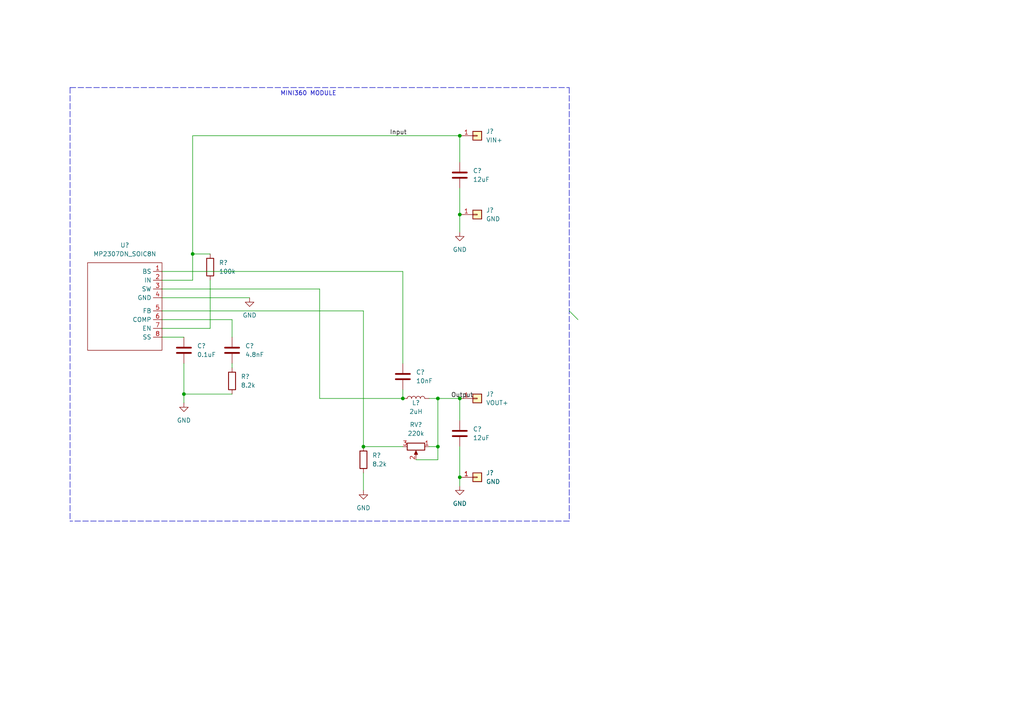
<source format=kicad_sch>
(kicad_sch (version 20211123) (generator eeschema)
  (paper "A4")
  (lib_symbols
    (symbol "Connector_Generic:Conn_01x01" (pin_names (offset 1.016) hide)
      (property "Reference" "J" (at 0 2.54 0))
      (property "Value" "Conn_01x01" (at 0 -2.54 0))
      (symbol "Conn_01x01_1_1"
        (rectangle (start -1.27 0.127) (end 0 -0.127) (stroke (width 0.1524)))
        (rectangle (start -1.27 1.27) (end 1.27 -1.27) (stroke (width 0.254)) (fill (type background)))
        (pin passive line (at -5.08 0 0) (length 3.81) (name "Pin_1") (number "1"))
      )
    )
    (symbol "Device:C" (pin_numbers hide) (pin_names (offset 0.254))
      (property "Reference" "C" (at 0.635 2.54 0))
      (property "Value" "C" (at 0.635 -2.54 0))
      (symbol "C_0_1"
        (polyline (pts (xy -2.032 -0.762) (xy 2.032 -0.762)) (stroke (width 0.508)))
        (polyline (pts (xy -2.032 0.762) (xy 2.032 0.762)) (stroke (width 0.508)))
      )
      (symbol "C_1_1"
        (pin passive line (at 0 3.81 270) (length 2.794) (name "~") (number "1"))
        (pin passive line (at 0 -3.81 90) (length 2.794) (name "~") (number "2"))
      )
    )
    (symbol "Device:L" (pin_numbers hide) (pin_names (offset 1.016) hide)
      (property "Reference" "L" (at -1.27 0 90))
      (property "Value" "L" (at 1.905 0 90))
      (symbol "L_0_1"
        (arc (start 0 -2.54) (mid 0.635 -1.905) (end 0 -1.27))
        (arc (start 0 -1.27) (mid 0.635 -0.635) (end 0 0))
        (arc (start 0 0) (mid 0.635 0.635) (end 0 1.27))
        (arc (start 0 1.27) (mid 0.635 1.905) (end 0 2.54))
      )
      (symbol "L_1_1"
        (pin passive line (at 0 3.81 270) (length 1.27) (name "1") (number "1"))
        (pin passive line (at 0 -3.81 90) (length 1.27) (name "2") (number "2"))
      )
    )
    (symbol "Device:R" (pin_numbers hide) (pin_names (offset 0))
      (property "Reference" "R" (at 2.032 0 90))
      (property "Value" "R" (at 0 0 90))
      (symbol "R_0_1"
        (rectangle (start -1.016 -2.54) (end 1.016 2.54) (stroke (width 0.254)))
      )
      (symbol "R_1_1"
        (pin passive line (at 0 3.81 270) (length 1.27) (name "~") (number "1"))
        (pin passive line (at 0 -3.81 90) (length 1.27) (name "~") (number "2"))
      )
    )
    (symbol "Device:R_Potentiometer" (pin_names (offset 1.016) hide)
      (property "Reference" "RV" (at -4.445 0 90))
      (property "Value" "R_Potentiometer" (at -2.54 0 90))
      (symbol "R_Potentiometer_0_1"
        (polyline (pts (xy 2.54 0) (xy 1.524 0)))
        (polyline (pts (xy 1.143 0) (xy 2.286 0.508) (xy 2.286 -0.508) (xy 1.143 0)) (fill (type outline)))
        (rectangle (start 1.016 2.54) (end -1.016 -2.54) (stroke (width 0.254)))
      )
      (symbol "R_Potentiometer_1_1"
        (pin passive line (at 0 3.81 270) (length 1.27) (name "1") (number "1"))
        (pin passive line (at 3.81 0 180) (length 1.27) (name "2") (number "2"))
        (pin passive line (at 0 -3.81 90) (length 1.27) (name "3") (number "3"))
      )
    )
    (symbol "pda_system_lib:MP2307DN_SOIC8N"
      (property "Reference" "U" (at -2.54 -6.35 0))
      (property "Value" "MP2307DN_SOIC8N" (at 0 -2.54 0))
      (symbol "MP2307DN_SOIC8N_0_1"
        (rectangle (start -10.16 8.89) (end 11.43 -16.51))
      )
      (symbol "MP2307DN_SOIC8N_1_1"
        (pin input line (at 11.43 6.35 180) (length 2.54) (name "BS") (number "1"))
        (pin power_in line (at 11.43 3.81 180) (length 2.54) (name "IN") (number "2"))
        (pin power_out line (at 11.43 1.27 180) (length 2.54) (name "SW") (number "3"))
        (pin power_out line (at 11.43 -1.27 180) (length 2.54) (name "GND") (number "4"))
        (pin input line (at 11.43 -5.08 180) (length 2.54) (name "FB") (number "5"))
        (pin bidirectional line (at 11.43 -7.62 180) (length 2.54) (name "COMP") (number "6"))
        (pin input line (at 11.43 -10.16 180) (length 2.54) (name "EN") (number "7"))
        (pin input line (at 11.43 -12.7 180) (length 2.54) (name "SS") (number "8"))
      )
    )
    (symbol "power:GND" (power) (pin_names (offset 0))
      (property "Value" "GND" (at 0 -3.81 0))
      (symbol "GND_0_1"
        (polyline (pts (xy 0 0) (xy 0 -1.27) (xy 1.27 -1.27) (xy 0 -2.54) (xy -1.27 -1.27) (xy 0 -1.27)))
      )
      (symbol "GND_1_1"
        (pin power_in line (at 0 0 270) (length 0) hide (name "GND") (number "1"))
      )
    )
  )
  (junction (at 127 115.57))
  (junction (at 53.34 114.3))
  (junction (at 133.35 138.43))
  (junction (at 133.35 62.23))
  (junction (at 127 129.54))
  (junction (at 133.35 39.37))
  (junction (at 105.41 129.54))
  (junction (at 116.84 115.57))
  (junction (at 55.88 73.66))
  (junction (at 133.35 115.57))
  (bus_entry (at 165.1 90.17) (size 2.54 2.54))
  (wire (pts (xy 124.46 115.57) (xy 127 115.57)))
  (wire (pts (xy 127 115.57) (xy 127 129.54)))
  (wire (pts (xy 67.31 105.41) (xy 67.31 106.68)))
  (wire (pts (xy 133.35 115.57) (xy 133.35 121.92)))
  (wire (pts (xy 133.35 62.23) (xy 133.35 67.31)))
  (wire (pts (xy 46.99 81.28) (xy 55.88 81.28)))
  (wire (pts (xy 46.99 78.74) (xy 116.84 78.74)))
  (wire (pts (xy 55.88 73.66) (xy 55.88 39.37)))
  (wire (pts (xy 55.88 73.66) (xy 60.96 73.66)))
  (wire (pts (xy 55.88 39.37) (xy 133.35 39.37)))
  (wire (pts (xy 46.99 90.17) (xy 105.41 90.17)))
  (wire (pts (xy 92.71 83.82) (xy 92.71 115.57)))
  (wire (pts (xy 55.88 81.28) (xy 55.88 73.66)))
  (wire (pts (xy 92.71 115.57) (xy 116.84 115.57)))
  (wire (pts (xy 53.34 114.3) (xy 53.34 116.84)))
  (wire (pts (xy 46.99 92.71) (xy 67.31 92.71)))
  (wire (pts (xy 105.41 90.17) (xy 105.41 129.54)))
  (polyline (pts (xy 20.32 25.4) (xy 20.32 151.13)))
  (wire (pts (xy 53.34 114.3) (xy 67.31 114.3)))
  (wire (pts (xy 53.34 105.41) (xy 53.34 114.3)))
  (wire (pts (xy 105.41 129.54) (xy 116.84 129.54)))
  (wire (pts (xy 133.35 129.54) (xy 133.35 138.43)))
  (wire (pts (xy 116.84 78.74) (xy 116.84 105.41)))
  (wire (pts (xy 127 115.57) (xy 133.35 115.57)))
  (wire (pts (xy 46.99 83.82) (xy 92.71 83.82)))
  (wire (pts (xy 60.96 81.28) (xy 60.96 95.25)))
  (wire (pts (xy 67.31 92.71) (xy 67.31 97.79)))
  (polyline (pts (xy 20.32 25.4) (xy 165.1 25.4)))
  (wire (pts (xy 133.35 39.37) (xy 133.35 46.99)))
  (polyline (pts (xy 165.1 25.4) (xy 165.1 151.13)))
  (wire (pts (xy 116.84 113.03) (xy 116.84 115.57)))
  (wire (pts (xy 46.99 86.36) (xy 72.39 86.36)))
  (wire (pts (xy 120.65 133.35) (xy 127 133.35)))
  (wire (pts (xy 124.46 129.54) (xy 127 129.54)))
  (wire (pts (xy 133.35 138.43) (xy 133.35 140.97)))
  (wire (pts (xy 46.99 97.79) (xy 53.34 97.79)))
  (wire (pts (xy 46.99 95.25) (xy 60.96 95.25)))
  (wire (pts (xy 105.41 137.16) (xy 105.41 142.24)))
  (wire (pts (xy 127 133.35) (xy 127 129.54)))
  (polyline (pts (xy 165.1 151.13) (xy 20.32 151.13)))
  (wire (pts (xy 133.35 54.61) (xy 133.35 62.23)))
  (text "MINI360 MODULE" (at 81.28 27.94 0) (effects (font (size 1.27 1.27)) (justify left bottom)))
  (label "Input" (at 113.03 39.37 0))
  (label "Output" (at 130.81 115.57 0))
  (symbol (lib_id "Device:R") (at 60.96 77.47 0) (unit 1)
    (property "Reference" "R?" (at 63.5 76.1999 0) (effects (justify left)))
    (property "Value" "100k" (at 63.5 78.7399 0) (effects (justify left)))
  )
  (symbol (lib_id "power:GND") (at 133.35 67.31 0) (unit 1)
    (property "Reference" "#PWR0104" (effects hide))
    (property "Value" "GND" (at 133.35 72.39 0))
  )
  (symbol (lib_id "Device:R") (at 67.31 110.49 0) (unit 1)
    (property "Reference" "R?" (at 69.85 109.2199 0) (effects (justify left)))
    (property "Value" "8.2k" (at 69.85 111.7599 0) (effects (justify left)))
  )
  (symbol (lib_id "Connector_Generic:Conn_01x01") (at 138.43 138.43 0) (unit 1)
    (property "Reference" "J?" (at 140.97 137.1599 0) (effects (justify left)))
    (property "Value" "GND" (at 140.97 139.6999 0) (effects (justify left)))
  )
  (symbol (lib_id "Device:C") (at 116.84 109.22 0) (unit 1)
    (property "Reference" "C?" (at 120.65 107.9499 0) (effects (justify left)))
    (property "Value" "10nF" (at 120.65 110.4899 0) (effects (justify left)))
  )
  (symbol (lib_id "Device:C") (at 133.35 50.8 0) (unit 1)
    (property "Reference" "C?" (at 137.16 49.5299 0) (effects (justify left)))
    (property "Value" "12uF" (at 137.16 52.0699 0) (effects (justify left)))
  )
  (symbol (lib_id "Connector_Generic:Conn_01x01") (at 138.43 62.23 0) (unit 1)
    (property "Reference" "J?" (at 140.97 60.9599 0) (effects (justify left)))
    (property "Value" "GND" (at 140.97 63.4999 0) (effects (justify left)))
  )
  (symbol (lib_id "Device:R") (at 105.41 133.35 0) (unit 1)
    (property "Reference" "R?" (at 107.95 132.0799 0) (effects (justify left)))
    (property "Value" "8.2k" (at 107.95 134.6199 0) (effects (justify left)))
  )
  (symbol (lib_id "power:GND") (at 133.35 140.97 0) (unit 1)
    (property "Reference" "#PWR0103" (effects hide))
    (property "Value" "GND" (at 133.35 146.05 0))
  )
  (symbol (lib_id "Device:R_Potentiometer") (at 120.65 129.54 270) (unit 1)
    (property "Reference" "RV?" (at 120.65 123.19 90))
    (property "Value" "220k" (at 120.65 125.73 90))
  )
  (symbol (lib_id "Connector_Generic:Conn_01x01") (at 138.43 115.57 0) (unit 1)
    (property "Reference" "J?" (at 140.97 114.2999 0) (effects (justify left)))
    (property "Value" "VOUT+" (at 140.97 116.8399 0) (effects (justify left)))
  )
  (symbol (lib_id "Device:C") (at 133.35 125.73 0) (unit 1)
    (property "Reference" "C?" (at 137.16 124.4599 0) (effects (justify left)))
    (property "Value" "12uF" (at 137.16 126.9999 0) (effects (justify left)))
  )
  (symbol (lib_id "Device:L") (at 120.65 115.57 90) (unit 1)
    (property "Reference" "L?" (at 120.65 116.84 90))
    (property "Value" "2uH" (at 120.65 119.38 90))
  )
  (symbol (lib_id "power:GND") (at 105.41 142.24 0) (unit 1)
    (property "Reference" "#PWR0105" (effects hide))
    (property "Value" "GND" (at 105.41 147.32 0))
  )
  (symbol (lib_id "Device:C") (at 67.31 101.6 0) (unit 1)
    (property "Reference" "C?" (at 71.12 100.3299 0) (effects (justify left)))
    (property "Value" "4.8nF" (at 71.12 102.8699 0) (effects (justify left)))
  )
  (symbol (lib_id "Device:C") (at 53.34 101.6 0) (unit 1)
    (property "Reference" "C?" (at 57.15 100.3299 0) (effects (justify left)))
    (property "Value" "0.1uF" (at 57.15 102.8699 0) (effects (justify left)))
  )
  (symbol (lib_id "pda_system_lib:MP2307DN_SOIC8N") (at 35.56 85.09 0) (unit 1)
    (property "Reference" "U?" (at 36.195 71.12 0))
    (property "Value" "MP2307DN_SOIC8N" (at 36.195 73.66 0))
    (property "Footprint" "Package_SO:SOIC-8-1EP_3.9x4.9mm_P1.27mm_EP2.29x3mm" (effects hide))
    (property "Datasheet" "MP2307" (effects hide))
  )
  (symbol (lib_id "power:GND") (at 53.34 116.84 0) (unit 1)
    (property "Reference" "#PWR0101" (effects hide))
    (property "Value" "GND" (at 53.34 121.92 0))
  )
  (symbol (lib_id "Connector_Generic:Conn_01x01") (at 138.43 39.37 0) (unit 1)
    (property "Reference" "J?" (at 140.97 38.0999 0) (effects (justify left)))
    (property "Value" "VIN+" (at 140.97 40.6399 0) (effects (justify left)))
  )
  (symbol (lib_id "power:GND") (at 72.39 86.36 0) (unit 1)
    (property "Reference" "#PWR0102" (effects hide))
    (property "Value" "GND" (at 72.39 91.44 0))
  )
)
</source>
